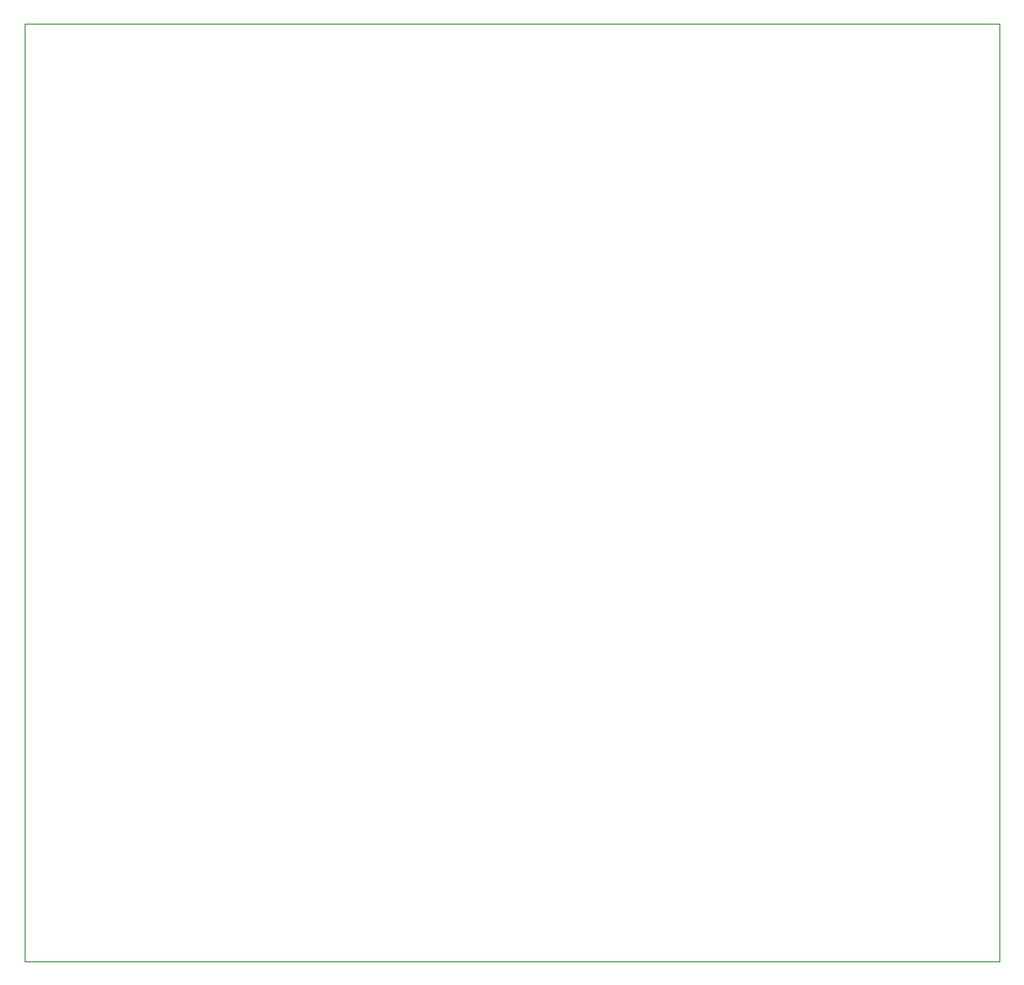
<source format=gbr>
G04 #@! TF.GenerationSoftware,KiCad,Pcbnew,(5.1.5)-3*
G04 #@! TF.CreationDate,2020-07-03T21:37:29-07:00*
G04 #@! TF.ProjectId,Arduino_control_board,41726475-696e-46f5-9f63-6f6e74726f6c,rev?*
G04 #@! TF.SameCoordinates,Original*
G04 #@! TF.FileFunction,Profile,NP*
%FSLAX46Y46*%
G04 Gerber Fmt 4.6, Leading zero omitted, Abs format (unit mm)*
G04 Created by KiCad (PCBNEW (5.1.5)-3) date 2020-07-03 21:37:29*
%MOMM*%
%LPD*%
G04 APERTURE LIST*
%ADD10C,0.050000*%
G04 APERTURE END LIST*
D10*
X128760000Y-109320000D02*
X128760000Y-25440000D01*
X216000000Y-109320000D02*
X128760000Y-109320000D01*
X216000000Y-25440000D02*
X216000000Y-109320000D01*
X128760000Y-25440000D02*
X216000000Y-25440000D01*
M02*

</source>
